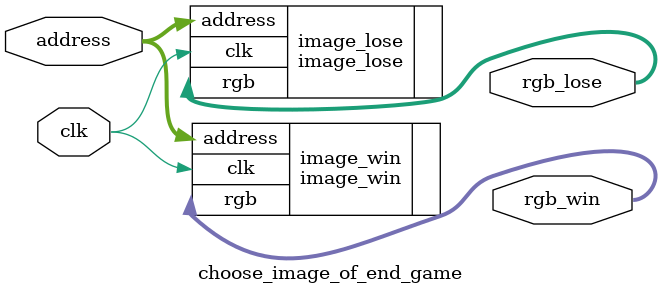
<source format=v>
`timescale 1ns / 1ps
/*
Authors:
Orze³ £ukasz
wiebocki Jakub
*/

module choose_image_of_end_game(
    input wire clk,
    input wire [13:0] address,
    
    output wire [11:0] rgb_win,
    output wire [11:0] rgb_lose
);

image_win image_win     (.clk(clk), .address(address), .rgb(rgb_win));
image_lose image_lose   (.clk(clk), .address(address), .rgb(rgb_lose));

endmodule

</source>
